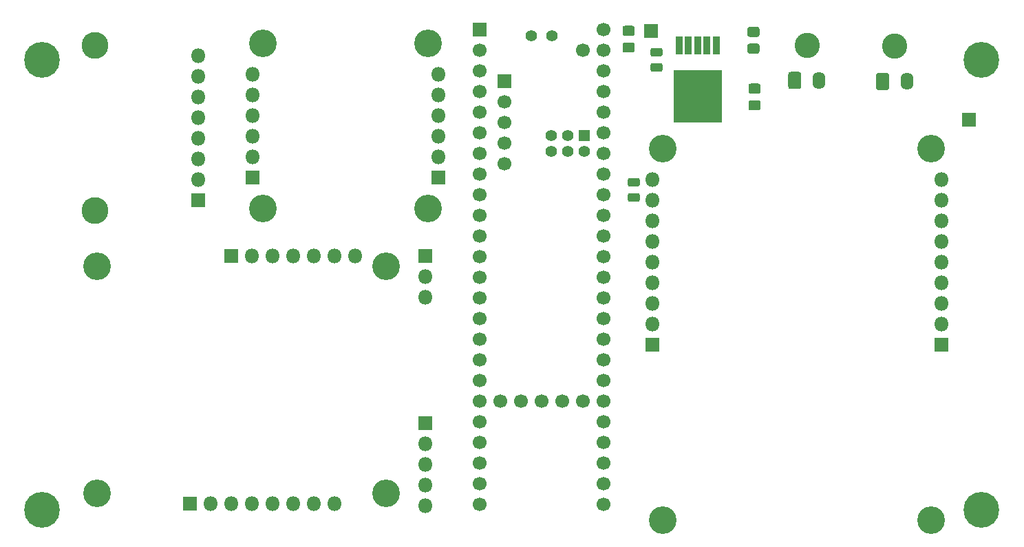
<source format=gts>
%TF.GenerationSoftware,KiCad,Pcbnew,(5.1.6)-1*%
%TF.CreationDate,2022-02-17T17:54:20-08:00*%
%TF.ProjectId,ARESnoseConeSystem2022,41524553-6e6f-4736-9543-6f6e65537973,rev?*%
%TF.SameCoordinates,Original*%
%TF.FileFunction,Soldermask,Top*%
%TF.FilePolarity,Negative*%
%FSLAX46Y46*%
G04 Gerber Fmt 4.6, Leading zero omitted, Abs format (unit mm)*
G04 Created by KiCad (PCBNEW (5.1.6)-1) date 2022-02-17 17:54:20*
%MOMM*%
%LPD*%
G01*
G04 APERTURE LIST*
%ADD10R,5.900000X6.500000*%
%ADD11R,0.900000X2.300000*%
%ADD12R,1.800000X1.800000*%
%ADD13O,1.800000X1.800000*%
%ADD14C,4.400000*%
%ADD15C,3.402000*%
%ADD16C,3.301600*%
%ADD17C,3.301601*%
%ADD18C,1.700000*%
%ADD19R,1.700000X1.700000*%
%ADD20R,1.400000X1.400000*%
%ADD21C,1.400000*%
%ADD22O,1.600000X2.120000*%
%ADD23C,3.100000*%
G04 APERTURE END LIST*
G36*
G01*
X125068250Y-67799000D02*
X124105750Y-67799000D01*
G75*
G02*
X123837000Y-67530250I0J268750D01*
G01*
X123837000Y-66992750D01*
G75*
G02*
X124105750Y-66724000I268750J0D01*
G01*
X125068250Y-66724000D01*
G75*
G02*
X125337000Y-66992750I0J-268750D01*
G01*
X125337000Y-67530250D01*
G75*
G02*
X125068250Y-67799000I-268750J0D01*
G01*
G37*
G36*
G01*
X125068250Y-69674000D02*
X124105750Y-69674000D01*
G75*
G02*
X123837000Y-69405250I0J268750D01*
G01*
X123837000Y-68867750D01*
G75*
G02*
X124105750Y-68599000I268750J0D01*
G01*
X125068250Y-68599000D01*
G75*
G02*
X125337000Y-68867750I0J-268750D01*
G01*
X125337000Y-69405250D01*
G75*
G02*
X125068250Y-69674000I-268750J0D01*
G01*
G37*
D10*
X132461000Y-56710000D03*
D11*
X130181000Y-50410000D03*
X131321000Y-50410000D03*
X132461000Y-50410000D03*
X133601000Y-50410000D03*
X134741000Y-50410000D03*
D12*
X165862000Y-59563000D03*
X126746000Y-48641000D03*
D13*
X98933000Y-107061000D03*
X98933000Y-104521000D03*
X98933000Y-101981000D03*
X98933000Y-99441000D03*
D12*
X98933000Y-96901000D03*
X98933000Y-76327000D03*
D13*
X98933000Y-78867000D03*
X98933000Y-81407000D03*
D14*
X51816000Y-107569000D03*
X51816000Y-52197000D03*
X167386000Y-107569000D03*
X167386000Y-52197000D03*
D13*
X77724000Y-53975000D03*
X77724000Y-56515000D03*
X77724000Y-59055000D03*
X77724000Y-61595000D03*
X77724000Y-64135000D03*
D12*
X77724000Y-66675000D03*
D15*
X58547000Y-105537000D03*
X58547000Y-77597000D03*
X94107000Y-77597000D03*
X94107000Y-105537000D03*
D16*
X58293000Y-70739000D03*
D17*
X58293000Y-50419000D03*
D15*
X99314000Y-50165000D03*
X99314000Y-70485000D03*
X78994000Y-70485000D03*
X78994000Y-50165000D03*
X128143000Y-63119000D03*
X128143000Y-108839000D03*
X161163000Y-108839000D03*
X161163000Y-63119000D03*
G36*
G01*
X138967738Y-57169000D02*
X139924262Y-57169000D01*
G75*
G02*
X140196000Y-57440738I0J-271738D01*
G01*
X140196000Y-58147262D01*
G75*
G02*
X139924262Y-58419000I-271738J0D01*
G01*
X138967738Y-58419000D01*
G75*
G02*
X138696000Y-58147262I0J271738D01*
G01*
X138696000Y-57440738D01*
G75*
G02*
X138967738Y-57169000I271738J0D01*
G01*
G37*
G36*
G01*
X138967738Y-55119000D02*
X139924262Y-55119000D01*
G75*
G02*
X140196000Y-55390738I0J-271738D01*
G01*
X140196000Y-56097262D01*
G75*
G02*
X139924262Y-56369000I-271738J0D01*
G01*
X138967738Y-56369000D01*
G75*
G02*
X138696000Y-56097262I0J271738D01*
G01*
X138696000Y-55390738D01*
G75*
G02*
X138967738Y-55119000I271738J0D01*
G01*
G37*
D13*
X87757000Y-106807000D03*
X85217000Y-106807000D03*
X82677000Y-106807000D03*
X80137000Y-106807000D03*
X77597000Y-106807000D03*
X75057000Y-106807000D03*
X72517000Y-106807000D03*
D12*
X69977000Y-106807000D03*
D13*
X162433000Y-66929000D03*
X162433000Y-69469000D03*
X162433000Y-72009000D03*
X162433000Y-74549000D03*
X162433000Y-77089000D03*
X162433000Y-79629000D03*
X162433000Y-82169000D03*
X162433000Y-84709000D03*
D12*
X162433000Y-87249000D03*
X100584000Y-66675000D03*
D13*
X100584000Y-64135000D03*
X100584000Y-61595000D03*
X100584000Y-59055000D03*
X100584000Y-56515000D03*
X100584000Y-53975000D03*
D12*
X126873000Y-87249000D03*
D13*
X126873000Y-84709000D03*
X126873000Y-82169000D03*
X126873000Y-79629000D03*
X126873000Y-77089000D03*
X126873000Y-74549000D03*
X126873000Y-72009000D03*
X126873000Y-69469000D03*
X126873000Y-66929000D03*
D12*
X75057000Y-76327000D03*
D13*
X77597000Y-76327000D03*
X80137000Y-76327000D03*
X82677000Y-76327000D03*
X85217000Y-76327000D03*
X87757000Y-76327000D03*
X90297000Y-76327000D03*
D12*
X70993000Y-69469000D03*
D13*
X70993000Y-66929000D03*
X70993000Y-64389000D03*
X70993000Y-61849000D03*
X70993000Y-59309000D03*
X70993000Y-56769000D03*
X70993000Y-54229000D03*
X70993000Y-51689000D03*
D18*
X118364000Y-51054000D03*
X108714800Y-64973200D03*
X108714800Y-62433200D03*
X108714800Y-59893200D03*
X108714800Y-57353200D03*
D19*
X108714800Y-54813200D03*
D18*
X120904000Y-48514000D03*
X120904000Y-51054000D03*
X120904000Y-53594000D03*
X120904000Y-56134000D03*
X120904000Y-58674000D03*
X120904000Y-61214000D03*
X120904000Y-63754000D03*
X120904000Y-66294000D03*
X120904000Y-68834000D03*
X120904000Y-71374000D03*
X120904000Y-73914000D03*
X120904000Y-76454000D03*
X120904000Y-78994000D03*
X120904000Y-81534000D03*
D19*
X105664000Y-48514000D03*
D18*
X105664000Y-51054000D03*
X105664000Y-53594000D03*
X105664000Y-56134000D03*
X105664000Y-58674000D03*
X105664000Y-61214000D03*
X105664000Y-63754000D03*
X105664000Y-66294000D03*
X105664000Y-68834000D03*
X105664000Y-71374000D03*
X105664000Y-73914000D03*
X105664000Y-76454000D03*
X105664000Y-78994000D03*
X120904000Y-84074000D03*
X120904000Y-86614000D03*
X120904000Y-89154000D03*
X120904000Y-91694000D03*
X120904000Y-94234000D03*
X120904000Y-96774000D03*
X120904000Y-99314000D03*
X120904000Y-101854000D03*
X120904000Y-104394000D03*
X120904000Y-106934000D03*
X105664000Y-106934000D03*
X105664000Y-104394000D03*
X105664000Y-101854000D03*
X105664000Y-99314000D03*
X105664000Y-81534000D03*
X105664000Y-84074000D03*
X105664000Y-86614000D03*
X105664000Y-96774000D03*
X105664000Y-94234000D03*
X105664000Y-91694000D03*
X105664000Y-89154000D03*
D20*
X118465600Y-61484000D03*
D21*
X118465600Y-63484000D03*
X116465600Y-61484000D03*
X116465600Y-63484000D03*
X114465600Y-63484000D03*
X114465600Y-61484000D03*
D18*
X108204000Y-94234000D03*
X110744000Y-94234000D03*
X113284000Y-94234000D03*
X115824000Y-94234000D03*
X118364000Y-94234000D03*
D21*
X112014000Y-49244000D03*
X114554000Y-49244000D03*
D22*
X158194000Y-54864000D03*
G36*
G01*
X154394000Y-55657333D02*
X154394000Y-54070667D01*
G75*
G02*
X154660667Y-53804000I266667J0D01*
G01*
X155727333Y-53804000D01*
G75*
G02*
X155994000Y-54070667I0J-266667D01*
G01*
X155994000Y-55657333D01*
G75*
G02*
X155727333Y-55924000I-266667J0D01*
G01*
X154660667Y-55924000D01*
G75*
G02*
X154394000Y-55657333I0J266667D01*
G01*
G37*
D23*
X156694000Y-50544000D03*
D22*
X147399000Y-54737000D03*
G36*
G01*
X143599000Y-55530333D02*
X143599000Y-53943667D01*
G75*
G02*
X143865667Y-53677000I266667J0D01*
G01*
X144932333Y-53677000D01*
G75*
G02*
X145199000Y-53943667I0J-266667D01*
G01*
X145199000Y-55530333D01*
G75*
G02*
X144932333Y-55797000I-266667J0D01*
G01*
X143865667Y-55797000D01*
G75*
G02*
X143599000Y-55530333I0J266667D01*
G01*
G37*
D23*
X145899000Y-50417000D03*
G36*
G01*
X126899750Y-52597000D02*
X127862250Y-52597000D01*
G75*
G02*
X128131000Y-52865750I0J-268750D01*
G01*
X128131000Y-53403250D01*
G75*
G02*
X127862250Y-53672000I-268750J0D01*
G01*
X126899750Y-53672000D01*
G75*
G02*
X126631000Y-53403250I0J268750D01*
G01*
X126631000Y-52865750D01*
G75*
G02*
X126899750Y-52597000I268750J0D01*
G01*
G37*
G36*
G01*
X126899750Y-50722000D02*
X127862250Y-50722000D01*
G75*
G02*
X128131000Y-50990750I0J-268750D01*
G01*
X128131000Y-51528250D01*
G75*
G02*
X127862250Y-51797000I-268750J0D01*
G01*
X126899750Y-51797000D01*
G75*
G02*
X126631000Y-51528250I0J268750D01*
G01*
X126631000Y-50990750D01*
G75*
G02*
X126899750Y-50722000I268750J0D01*
G01*
G37*
G36*
G01*
X138840738Y-50184000D02*
X139797262Y-50184000D01*
G75*
G02*
X140069000Y-50455738I0J-271738D01*
G01*
X140069000Y-51162262D01*
G75*
G02*
X139797262Y-51434000I-271738J0D01*
G01*
X138840738Y-51434000D01*
G75*
G02*
X138569000Y-51162262I0J271738D01*
G01*
X138569000Y-50455738D01*
G75*
G02*
X138840738Y-50184000I271738J0D01*
G01*
G37*
G36*
G01*
X138840738Y-48134000D02*
X139797262Y-48134000D01*
G75*
G02*
X140069000Y-48405738I0J-271738D01*
G01*
X140069000Y-49112262D01*
G75*
G02*
X139797262Y-49384000I-271738J0D01*
G01*
X138840738Y-49384000D01*
G75*
G02*
X138569000Y-49112262I0J271738D01*
G01*
X138569000Y-48405738D01*
G75*
G02*
X138840738Y-48134000I271738J0D01*
G01*
G37*
G36*
G01*
X123473738Y-50057000D02*
X124430262Y-50057000D01*
G75*
G02*
X124702000Y-50328738I0J-271738D01*
G01*
X124702000Y-51035262D01*
G75*
G02*
X124430262Y-51307000I-271738J0D01*
G01*
X123473738Y-51307000D01*
G75*
G02*
X123202000Y-51035262I0J271738D01*
G01*
X123202000Y-50328738D01*
G75*
G02*
X123473738Y-50057000I271738J0D01*
G01*
G37*
G36*
G01*
X123473738Y-48007000D02*
X124430262Y-48007000D01*
G75*
G02*
X124702000Y-48278738I0J-271738D01*
G01*
X124702000Y-48985262D01*
G75*
G02*
X124430262Y-49257000I-271738J0D01*
G01*
X123473738Y-49257000D01*
G75*
G02*
X123202000Y-48985262I0J271738D01*
G01*
X123202000Y-48278738D01*
G75*
G02*
X123473738Y-48007000I271738J0D01*
G01*
G37*
M02*

</source>
